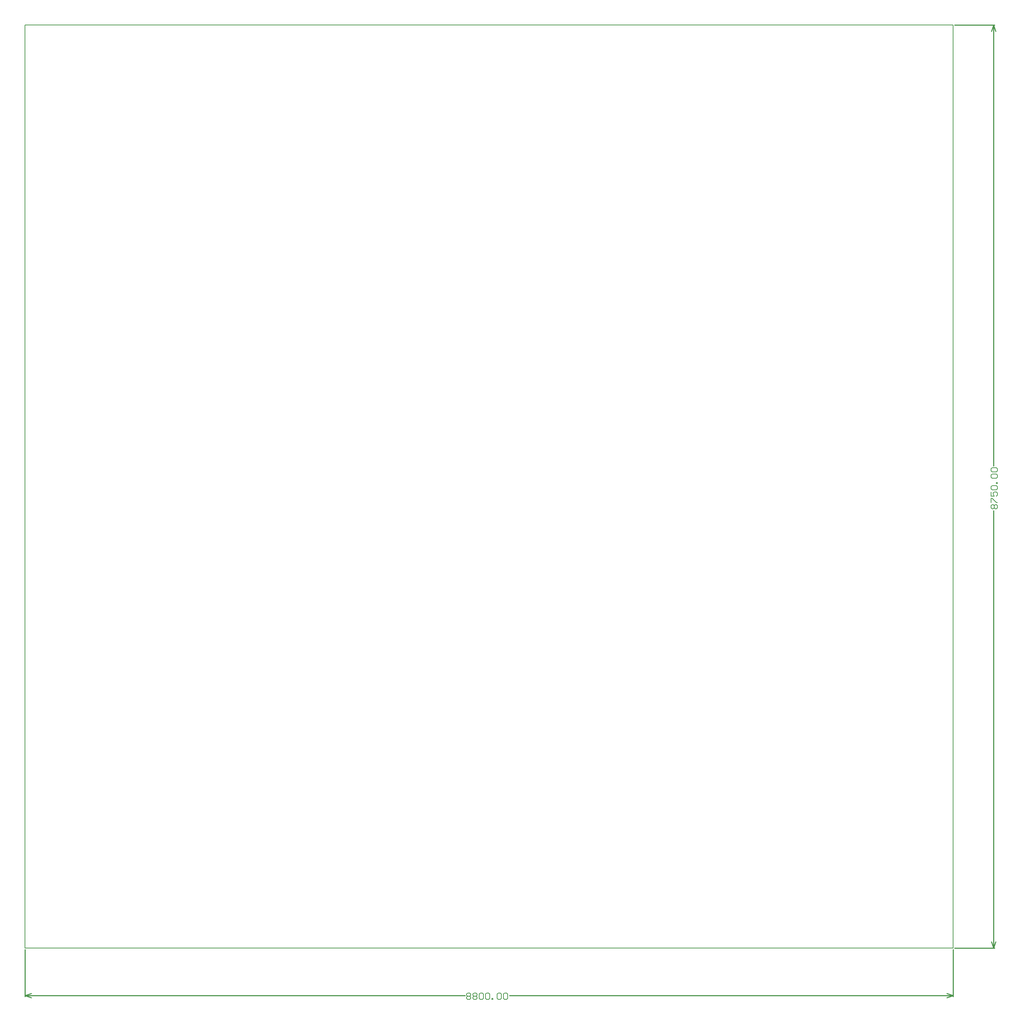
<source format=gm1>
%FSLAX25Y25*%
%MOIN*%
G70*
G01*
G75*
G04 Layer_Color=16711935*
%ADD10C,0.05000*%
%ADD11R,0.06000X0.05500*%
%ADD12R,0.20000X0.07000*%
%ADD13R,0.10000X0.07000*%
%ADD14R,0.07087X0.06299*%
%ADD15R,0.14500X0.05000*%
%ADD16O,0.07087X0.01181*%
%ADD17O,0.01181X0.07087*%
%ADD18R,0.07087X0.08661*%
%ADD19R,0.01181X0.05118*%
%ADD20R,0.05906X0.05118*%
%ADD21R,0.10630X0.07087*%
%ADD22R,0.05118X0.05906*%
%ADD23R,0.06000X0.08500*%
%ADD24R,0.04331X0.03937*%
%ADD25R,0.03937X0.04331*%
%ADD26R,0.06299X0.07087*%
%ADD27R,0.05600X0.03600*%
%ADD28R,0.06000X0.12500*%
%ADD29R,0.12500X0.06000*%
%ADD30R,0.07000X0.08000*%
%ADD31R,0.09000X0.06500*%
%ADD32C,0.10000*%
%ADD33C,0.05000*%
%ADD34C,0.13000*%
%ADD35C,0.08000*%
%ADD36C,0.01000*%
%ADD37C,0.01200*%
%ADD38C,0.02500*%
%ADD39C,0.02000*%
%ADD40C,0.00800*%
%ADD41C,0.12500*%
G04:AMPARAMS|DCode=42|XSize=55mil|YSize=55mil|CornerRadius=13.75mil|HoleSize=0mil|Usage=FLASHONLY|Rotation=180.000|XOffset=0mil|YOffset=0mil|HoleType=Round|Shape=RoundedRectangle|*
%AMROUNDEDRECTD42*
21,1,0.05500,0.02750,0,0,180.0*
21,1,0.02750,0.05500,0,0,180.0*
1,1,0.02750,-0.01375,0.01375*
1,1,0.02750,0.01375,0.01375*
1,1,0.02750,0.01375,-0.01375*
1,1,0.02750,-0.01375,-0.01375*
%
%ADD42ROUNDEDRECTD42*%
%ADD43C,0.05500*%
G04:AMPARAMS|DCode=44|XSize=50mil|YSize=50mil|CornerRadius=12.5mil|HoleSize=0mil|Usage=FLASHONLY|Rotation=180.000|XOffset=0mil|YOffset=0mil|HoleType=Round|Shape=RoundedRectangle|*
%AMROUNDEDRECTD44*
21,1,0.05000,0.02500,0,0,180.0*
21,1,0.02500,0.05000,0,0,180.0*
1,1,0.02500,-0.01250,0.01250*
1,1,0.02500,0.01250,0.01250*
1,1,0.02500,0.01250,-0.01250*
1,1,0.02500,-0.01250,-0.01250*
%
%ADD44ROUNDEDRECTD44*%
G04:AMPARAMS|DCode=45|XSize=60mil|YSize=60mil|CornerRadius=15mil|HoleSize=0mil|Usage=FLASHONLY|Rotation=90.000|XOffset=0mil|YOffset=0mil|HoleType=Round|Shape=RoundedRectangle|*
%AMROUNDEDRECTD45*
21,1,0.06000,0.03000,0,0,90.0*
21,1,0.03000,0.06000,0,0,90.0*
1,1,0.03000,0.01500,0.01500*
1,1,0.03000,0.01500,-0.01500*
1,1,0.03000,-0.01500,-0.01500*
1,1,0.03000,-0.01500,0.01500*
%
%ADD45ROUNDEDRECTD45*%
%ADD46C,0.06000*%
%ADD47C,0.07500*%
%ADD48C,0.06200*%
%ADD49R,0.06200X0.06200*%
%ADD50C,0.10000*%
%ADD51C,0.23400*%
%ADD52O,0.10000X0.12000*%
%ADD53O,0.06000X0.06400*%
%ADD54R,0.06000X0.06400*%
%ADD55R,0.06200X0.06200*%
%ADD56C,0.08000*%
%ADD57C,0.03000*%
%ADD58R,0.25590X0.23622*%
%ADD59R,0.11800X0.06300*%
%ADD60R,0.02500X0.06000*%
%ADD61R,0.06000X0.02500*%
%ADD62R,0.09000X0.10000*%
%ADD63C,0.03000*%
%ADD64C,0.00984*%
%ADD65C,0.02362*%
%ADD66C,0.01600*%
%ADD67C,0.00787*%
%ADD68C,0.00699*%
%ADD69C,0.01500*%
%ADD70C,0.00500*%
%ADD71R,0.19000X0.55500*%
G04:AMPARAMS|DCode=72|XSize=51.06mil|YSize=51.06mil|CornerRadius=12.77mil|HoleSize=0mil|Usage=FLASHONLY|Rotation=0.000|XOffset=0mil|YOffset=0mil|HoleType=Round|Shape=RoundedRectangle|*
%AMROUNDEDRECTD72*
21,1,0.05106,0.02553,0,0,0.0*
21,1,0.02553,0.05106,0,0,0.0*
1,1,0.02553,0.01277,-0.01277*
1,1,0.02553,-0.01277,-0.01277*
1,1,0.02553,-0.01277,0.01277*
1,1,0.02553,0.01277,0.01277*
%
%ADD72ROUNDEDRECTD72*%
%ADD73C,0.05106*%
%ADD74P,0.09051X4X270.0*%
%ADD75R,0.06000X0.06000*%
%ADD76O,0.10200X0.12200*%
%ADD77P,0.09051X4X360.0*%
%ADD78R,0.06890X0.08465*%
%ADD79R,0.06800X0.06300*%
%ADD80R,0.20800X0.07800*%
%ADD81R,0.10800X0.07800*%
%ADD82R,0.07887X0.07099*%
%ADD83R,0.15300X0.05800*%
%ADD84O,0.07387X0.01481*%
%ADD85O,0.01481X0.07387*%
%ADD86R,0.07874X0.09449*%
%ADD87R,0.01481X0.05418*%
%ADD88R,0.06706X0.05918*%
%ADD89R,0.11430X0.07887*%
%ADD90R,0.05918X0.06706*%
%ADD91R,0.06800X0.09300*%
%ADD92R,0.05131X0.04737*%
%ADD93R,0.04737X0.05131*%
%ADD94R,0.07099X0.07887*%
%ADD95R,0.06400X0.04400*%
%ADD96R,0.06800X0.13300*%
%ADD97R,0.13300X0.06800*%
%ADD98R,0.07800X0.08800*%
%ADD99R,0.09800X0.07300*%
%ADD100C,0.13300*%
G04:AMPARAMS|DCode=101|XSize=63mil|YSize=63mil|CornerRadius=17.75mil|HoleSize=0mil|Usage=FLASHONLY|Rotation=180.000|XOffset=0mil|YOffset=0mil|HoleType=Round|Shape=RoundedRectangle|*
%AMROUNDEDRECTD101*
21,1,0.06300,0.02750,0,0,180.0*
21,1,0.02750,0.06300,0,0,180.0*
1,1,0.03550,-0.01375,0.01375*
1,1,0.03550,0.01375,0.01375*
1,1,0.03550,0.01375,-0.01375*
1,1,0.03550,-0.01375,-0.01375*
%
%ADD101ROUNDEDRECTD101*%
%ADD102C,0.06300*%
%ADD103C,0.05800*%
G04:AMPARAMS|DCode=104|XSize=58mil|YSize=58mil|CornerRadius=16.5mil|HoleSize=0mil|Usage=FLASHONLY|Rotation=180.000|XOffset=0mil|YOffset=0mil|HoleType=Round|Shape=RoundedRectangle|*
%AMROUNDEDRECTD104*
21,1,0.05800,0.02500,0,0,180.0*
21,1,0.02500,0.05800,0,0,180.0*
1,1,0.03300,-0.01250,0.01250*
1,1,0.03300,0.01250,0.01250*
1,1,0.03300,0.01250,-0.01250*
1,1,0.03300,-0.01250,-0.01250*
%
%ADD104ROUNDEDRECTD104*%
G04:AMPARAMS|DCode=105|XSize=68mil|YSize=68mil|CornerRadius=19mil|HoleSize=0mil|Usage=FLASHONLY|Rotation=90.000|XOffset=0mil|YOffset=0mil|HoleType=Round|Shape=RoundedRectangle|*
%AMROUNDEDRECTD105*
21,1,0.06800,0.03000,0,0,90.0*
21,1,0.03000,0.06800,0,0,90.0*
1,1,0.03800,0.01500,0.01500*
1,1,0.03800,0.01500,-0.01500*
1,1,0.03800,-0.01500,-0.01500*
1,1,0.03800,-0.01500,0.01500*
%
%ADD105ROUNDEDRECTD105*%
%ADD106C,0.06800*%
%ADD107C,0.08300*%
%ADD108C,0.07000*%
%ADD109R,0.07000X0.07000*%
%ADD110C,0.10800*%
%ADD111C,0.24200*%
%ADD112O,0.10800X0.12800*%
%ADD113O,0.06800X0.07200*%
%ADD114R,0.06800X0.07200*%
%ADD115R,0.07000X0.07000*%
%ADD116R,0.26391X0.24422*%
%ADD117R,0.12600X0.07100*%
%ADD118R,0.03300X0.06800*%
%ADD119R,0.06800X0.03300*%
%ADD120R,0.09800X0.10800*%
%ADD121C,0.00600*%
G54D36*
X881400Y875000D02*
X919500D01*
X881400Y0D02*
X919500D01*
X918500Y456994D02*
Y875000D01*
Y0D02*
Y414806D01*
X916500Y869000D02*
X918500Y875000D01*
X920500Y869000D01*
X918500Y0D02*
X920500Y6000D01*
X916500D02*
X918500Y0D01*
X880000Y-46000D02*
Y-1400D01*
X0Y-46000D02*
Y-1400D01*
X459494Y-45000D02*
X880000D01*
X0D02*
X417306D01*
X874000Y-43000D02*
X880000Y-45000D01*
X874000Y-47000D02*
X880000Y-45000D01*
X0D02*
X6000Y-47000D01*
X0Y-45000D02*
X6000Y-43000D01*
G54D40*
X880000Y0D02*
Y875000D01*
X0Y0D02*
Y875000D01*
X880000D01*
X0Y0D02*
X880000D01*
G54D121*
X917101Y416406D02*
X916101Y417406D01*
Y419405D01*
X917101Y420405D01*
X918100D01*
X919100Y419405D01*
X920100Y420405D01*
X921099D01*
X922099Y419405D01*
Y417406D01*
X921099Y416406D01*
X920100D01*
X919100Y417406D01*
X918100Y416406D01*
X917101D01*
X919100Y417406D02*
Y419405D01*
X916101Y422404D02*
Y426403D01*
X917101D01*
X921099Y422404D01*
X922099D01*
X916101Y432401D02*
Y428402D01*
X919100D01*
X918100Y430402D01*
Y431401D01*
X919100Y432401D01*
X921099D01*
X922099Y431401D01*
Y429402D01*
X921099Y428402D01*
X917101Y434401D02*
X916101Y435400D01*
Y437399D01*
X917101Y438399D01*
X921099D01*
X922099Y437399D01*
Y435400D01*
X921099Y434401D01*
X917101D01*
X922099Y440399D02*
X921099D01*
Y441398D01*
X922099D01*
Y440399D01*
X917101Y445397D02*
X916101Y446397D01*
Y448396D01*
X917101Y449396D01*
X921099D01*
X922099Y448396D01*
Y446397D01*
X921099Y445397D01*
X917101D01*
Y451395D02*
X916101Y452395D01*
Y454394D01*
X917101Y455394D01*
X921099D01*
X922099Y454394D01*
Y452395D01*
X921099Y451395D01*
X917101D01*
X418906Y-43601D02*
X419906Y-42601D01*
X421905D01*
X422905Y-43601D01*
Y-44600D01*
X421905Y-45600D01*
X422905Y-46600D01*
Y-47599D01*
X421905Y-48599D01*
X419906D01*
X418906Y-47599D01*
Y-46600D01*
X419906Y-45600D01*
X418906Y-44600D01*
Y-43601D01*
X419906Y-45600D02*
X421905D01*
X424904Y-43601D02*
X425904Y-42601D01*
X427903D01*
X428903Y-43601D01*
Y-44600D01*
X427903Y-45600D01*
X428903Y-46600D01*
Y-47599D01*
X427903Y-48599D01*
X425904D01*
X424904Y-47599D01*
Y-46600D01*
X425904Y-45600D01*
X424904Y-44600D01*
Y-43601D01*
X425904Y-45600D02*
X427903D01*
X430902Y-43601D02*
X431902Y-42601D01*
X433902D01*
X434901Y-43601D01*
Y-47599D01*
X433902Y-48599D01*
X431902D01*
X430902Y-47599D01*
Y-43601D01*
X436901D02*
X437900Y-42601D01*
X439899D01*
X440899Y-43601D01*
Y-47599D01*
X439899Y-48599D01*
X437900D01*
X436901Y-47599D01*
Y-43601D01*
X442899Y-48599D02*
Y-47599D01*
X443898D01*
Y-48599D01*
X442899D01*
X447897Y-43601D02*
X448897Y-42601D01*
X450896D01*
X451896Y-43601D01*
Y-47599D01*
X450896Y-48599D01*
X448897D01*
X447897Y-47599D01*
Y-43601D01*
X453895D02*
X454895Y-42601D01*
X456894D01*
X457894Y-43601D01*
Y-47599D01*
X456894Y-48599D01*
X454895D01*
X453895Y-47599D01*
Y-43601D01*
M02*

</source>
